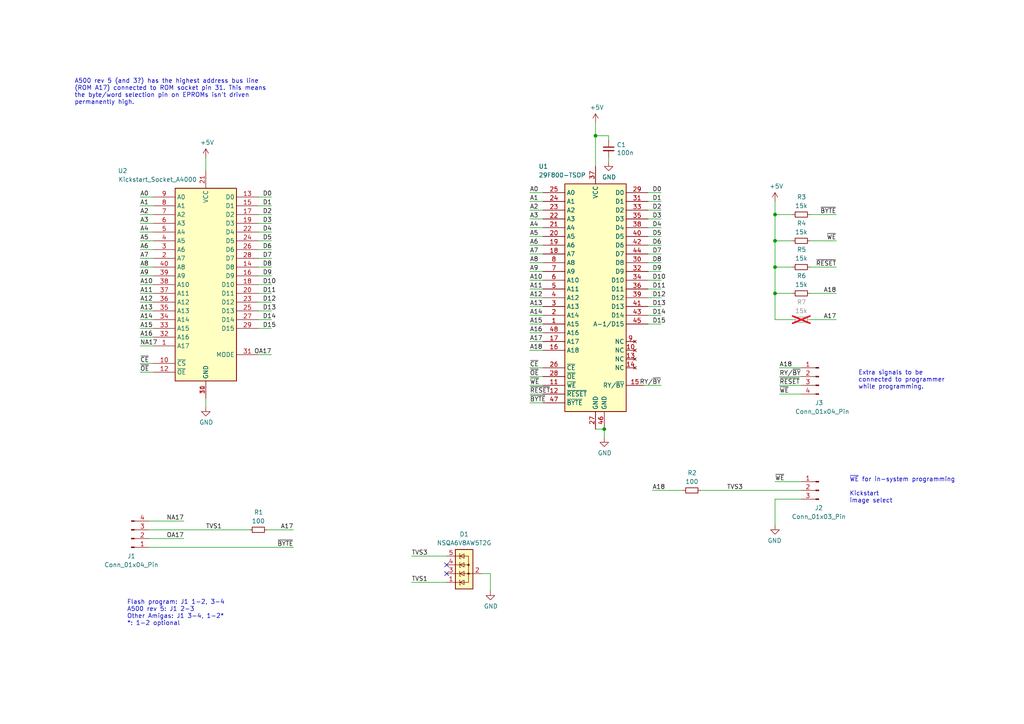
<source format=kicad_sch>
(kicad_sch (version 20230121) (generator eeschema)
  (paper "A4")
  (lib_symbols
    (symbol "Connector:Conn_01x03_Pin" (pin_names (offset 1.016) hide)
      (property "Reference" "J" (at 0 5.08 0))
      (property "Value" "Conn_01x03_Pin" (at 0 -5.08 0))
      (symbol "Conn_01x03_Pin_1_1"
        (polyline (pts (xy 1.27 -2.54) (xy 0.8636 -2.54)) (stroke (width 0.1524)))
        (polyline (pts (xy 1.27 0) (xy 0.8636 0)) (stroke (width 0.1524)))
        (polyline (pts (xy 1.27 2.54) (xy 0.8636 2.54)) (stroke (width 0.1524)))
        (rectangle (start 0.8636 -2.413) (end 0 -2.667) (stroke (width 0.1524)) (fill (type outline)))
        (rectangle (start 0.8636 0.127) (end 0 -0.127) (stroke (width 0.1524)) (fill (type outline)))
        (rectangle (start 0.8636 2.667) (end 0 2.413) (stroke (width 0.1524)) (fill (type outline)))
        (pin passive line (at 5.08 2.54 180) (length 3.81) (name "Pin_1") (number "1"))
        (pin passive line (at 5.08 0 180) (length 3.81) (name "Pin_2") (number "2"))
        (pin passive line (at 5.08 -2.54 180) (length 3.81) (name "Pin_3") (number "3"))
      )
    )
    (symbol "Connector:Conn_01x04_Pin" (pin_names (offset 1.016) hide)
      (property "Reference" "J" (at 0 5.08 0))
      (property "Value" "Conn_01x04_Pin" (at 0 -7.62 0))
      (symbol "Conn_01x04_Pin_1_1"
        (polyline (pts (xy 1.27 -5.08) (xy 0.8636 -5.08)) (stroke (width 0.1524)))
        (polyline (pts (xy 1.27 -2.54) (xy 0.8636 -2.54)) (stroke (width 0.1524)))
        (polyline (pts (xy 1.27 0) (xy 0.8636 0)) (stroke (width 0.1524)))
        (polyline (pts (xy 1.27 2.54) (xy 0.8636 2.54)) (stroke (width 0.1524)))
        (rectangle (start 0.8636 -4.953) (end 0 -5.207) (stroke (width 0.1524)) (fill (type outline)))
        (rectangle (start 0.8636 -2.413) (end 0 -2.667) (stroke (width 0.1524)) (fill (type outline)))
        (rectangle (start 0.8636 0.127) (end 0 -0.127) (stroke (width 0.1524)) (fill (type outline)))
        (rectangle (start 0.8636 2.667) (end 0 2.413) (stroke (width 0.1524)) (fill (type outline)))
        (pin passive line (at 5.08 2.54 180) (length 3.81) (name "Pin_1") (number "1"))
        (pin passive line (at 5.08 0 180) (length 3.81) (name "Pin_2") (number "2"))
        (pin passive line (at 5.08 -2.54 180) (length 3.81) (name "Pin_3") (number "3"))
        (pin passive line (at 5.08 -5.08 180) (length 3.81) (name "Pin_4") (number "4"))
      )
    )
    (symbol "Device:C_Small" (pin_numbers hide) (pin_names (offset 0.254) hide)
      (property "Reference" "C" (at 0.254 1.778 0))
      (property "Value" "C_Small" (at 0.254 -2.032 0))
      (symbol "C_Small_0_1"
        (polyline (pts (xy -1.524 -0.508) (xy 1.524 -0.508)) (stroke (width 0.3302)))
        (polyline (pts (xy -1.524 0.508) (xy 1.524 0.508)) (stroke (width 0.3048)))
      )
      (symbol "C_Small_1_1"
        (pin passive line (at 0 2.54 270) (length 2.032) (name "~") (number "1"))
        (pin passive line (at 0 -2.54 90) (length 2.032) (name "~") (number "2"))
      )
    )
    (symbol "Device:R_Small" (pin_numbers hide) (pin_names (offset 0.254) hide)
      (property "Reference" "R" (at 0.762 0.508 0))
      (property "Value" "R_Small" (at 0.762 -1.016 0))
      (symbol "R_Small_0_1"
        (rectangle (start -0.762 1.778) (end 0.762 -1.778) (stroke (width 0.2032)))
      )
      (symbol "R_Small_1_1"
        (pin passive line (at 0 2.54 270) (length 0.762) (name "~") (number "1"))
        (pin passive line (at 0 -2.54 90) (length 0.762) (name "~") (number "2"))
      )
    )
    (symbol "Memory_Flash_29F800:29F800-TSOP"
      (property "Reference" "U" (at -5.08 36.195 0))
      (property "Value" "29F800-TSOP" (at -5.08 34.29 0))
      (symbol "29F800-TSOP_0_0"
        (pin no_connect line (at 11.43 -15.24 180) (length 2.54) (name "NC") (number "10"))
        (pin no_connect line (at 11.43 -17.78 180) (length 2.54) (name "NC") (number "13"))
        (pin no_connect line (at 11.43 -20.32 180) (length 2.54) (name "NC") (number "14"))
        (pin no_connect line (at 11.43 -12.7 180) (length 2.54) (name "NC") (number "9"))
      )
      (symbol "29F800-TSOP_0_1"
        (rectangle (start -8.89 33.02) (end 8.89 -33.02) (stroke (width 0.254)) (fill (type background)))
      )
      (symbol "29F800-TSOP_1_1"
        (pin input line (at -15.24 -7.62 0) (length 6.35) (name "A15") (number "1"))
        (pin input line (at -15.24 -25.4 0) (length 6.35) (name "~{WE}") (number "11"))
        (pin input line (at -15.24 -27.94 0) (length 6.35) (name "~{RESET}") (number "12"))
        (pin output line (at 13.97 -25.4 180) (length 5.08) (name "RY/~{BY}") (number "15"))
        (pin input line (at -15.24 -15.24 0) (length 6.35) (name "A18") (number "16"))
        (pin input line (at -15.24 -12.7 0) (length 6.35) (name "A17") (number "17"))
        (pin input line (at -15.24 12.7 0) (length 6.35) (name "A7") (number "18"))
        (pin input line (at -15.24 15.24 0) (length 6.35) (name "A6") (number "19"))
        (pin input line (at -15.24 -5.08 0) (length 6.35) (name "A14") (number "2"))
        (pin input line (at -15.24 17.78 0) (length 6.35) (name "A5") (number "20"))
        (pin input line (at -15.24 20.32 0) (length 6.35) (name "A4") (number "21"))
        (pin input line (at -15.24 22.86 0) (length 6.35) (name "A3") (number "22"))
        (pin input line (at -15.24 25.4 0) (length 6.35) (name "A2") (number "23"))
        (pin input line (at -15.24 27.94 0) (length 6.35) (name "A1") (number "24"))
        (pin input line (at -15.24 30.48 0) (length 6.35) (name "A0") (number "25"))
        (pin input line (at -15.24 -20.32 0) (length 6.35) (name "~{CE}") (number "26"))
        (pin power_in line (at 0 -38.1 90) (length 5.08) (name "GND") (number "27"))
        (pin input line (at -15.24 -22.86 0) (length 6.35) (name "~{OE}") (number "28"))
        (pin tri_state line (at 15.24 30.48 180) (length 6.35) (name "D0") (number "29"))
        (pin input line (at -15.24 -2.54 0) (length 6.35) (name "A13") (number "3"))
        (pin tri_state line (at 15.24 10.16 180) (length 6.35) (name "D8") (number "30"))
        (pin tri_state line (at 15.24 27.94 180) (length 6.35) (name "D1") (number "31"))
        (pin tri_state line (at 15.24 7.62 180) (length 6.35) (name "D9") (number "32"))
        (pin tri_state line (at 15.24 25.4 180) (length 6.35) (name "D2") (number "33"))
        (pin tri_state line (at 15.24 5.08 180) (length 6.35) (name "D10") (number "34"))
        (pin tri_state line (at 15.24 22.86 180) (length 6.35) (name "D3") (number "35"))
        (pin tri_state line (at 15.24 2.54 180) (length 6.35) (name "D11") (number "36"))
        (pin power_in line (at 0 38.1 270) (length 5.08) (name "VCC") (number "37"))
        (pin tri_state line (at 15.24 20.32 180) (length 6.35) (name "D4") (number "38"))
        (pin tri_state line (at 15.24 0 180) (length 6.35) (name "D12") (number "39"))
        (pin input line (at -15.24 0 0) (length 6.35) (name "A12") (number "4"))
        (pin tri_state line (at 15.24 17.78 180) (length 6.35) (name "D5") (number "40"))
        (pin tri_state line (at 15.24 -2.54 180) (length 6.35) (name "D13") (number "41"))
        (pin tri_state line (at 15.24 15.24 180) (length 6.35) (name "D6") (number "42"))
        (pin tri_state line (at 15.24 -5.08 180) (length 6.35) (name "D14") (number "43"))
        (pin tri_state line (at 15.24 12.7 180) (length 6.35) (name "D7") (number "44"))
        (pin tri_state line (at 15.24 -7.62 180) (length 6.35) (name "A-1/D15") (number "45"))
        (pin power_in line (at 2.54 -38.1 90) (length 5.08) (name "GND") (number "46"))
        (pin input line (at -15.24 -30.48 0) (length 6.35) (name "~{BYTE}") (number "47"))
        (pin input line (at -15.24 -10.16 0) (length 6.35) (name "A16") (number "48"))
        (pin input line (at -15.24 2.54 0) (length 6.35) (name "A11") (number "5"))
        (pin input line (at -15.24 5.08 0) (length 6.35) (name "A10") (number "6"))
        (pin input line (at -15.24 7.62 0) (length 6.35) (name "A9") (number "7"))
        (pin input line (at -15.24 10.16 0) (length 6.35) (name "A8") (number "8"))
      )
    )
    (symbol "Memory_Flash_29F800:Kickstart_Socket_A4000"
      (property "Reference" "U" (at -5.08 31.115 0))
      (property "Value" "Kickstart_Socket_A4000" (at -5.08 29.21 0))
      (symbol "Kickstart_Socket_A4000_0_1"
        (rectangle (start -8.89 27.94) (end 8.89 -27.94) (stroke (width 0.254)) (fill (type background)))
      )
      (symbol "Kickstart_Socket_A4000_1_1"
        (pin output line (at -15.24 -17.78 0) (length 6.35) (name "A17") (number "1"))
        (pin output line (at -15.24 -22.86 0) (length 6.35) (name "~{CS}") (number "10"))
        (pin power_out line (at 0 -33.02 90) (length 5.08) (name "GND") (number "11"))
        (pin output line (at -15.24 -25.4 0) (length 6.35) (name "~{OE}") (number "12"))
        (pin bidirectional line (at 15.24 25.4 180) (length 6.35) (name "D0") (number "13"))
        (pin bidirectional line (at 15.24 5.08 180) (length 6.35) (name "D8") (number "14"))
        (pin bidirectional line (at 15.24 22.86 180) (length 6.35) (name "D1") (number "15"))
        (pin bidirectional line (at 15.24 2.54 180) (length 6.35) (name "D9") (number "16"))
        (pin bidirectional line (at 15.24 20.32 180) (length 6.35) (name "D2") (number "17"))
        (pin bidirectional line (at 15.24 0 180) (length 6.35) (name "D10") (number "18"))
        (pin bidirectional line (at 15.24 17.78 180) (length 6.35) (name "D3") (number "19"))
        (pin output line (at -15.24 7.62 0) (length 6.35) (name "A7") (number "2"))
        (pin bidirectional line (at 15.24 -2.54 180) (length 6.35) (name "D11") (number "20"))
        (pin power_out line (at 0 33.02 270) (length 5.08) (name "VCC") (number "21"))
        (pin bidirectional line (at 15.24 15.24 180) (length 6.35) (name "D4") (number "22"))
        (pin bidirectional line (at 15.24 -5.08 180) (length 6.35) (name "D12") (number "23"))
        (pin bidirectional line (at 15.24 12.7 180) (length 6.35) (name "D5") (number "24"))
        (pin bidirectional line (at 15.24 -7.62 180) (length 6.35) (name "D13") (number "25"))
        (pin bidirectional line (at 15.24 10.16 180) (length 6.35) (name "D6") (number "26"))
        (pin bidirectional line (at 15.24 -10.16 180) (length 6.35) (name "D14") (number "27"))
        (pin bidirectional line (at 15.24 7.62 180) (length 6.35) (name "D7") (number "28"))
        (pin bidirectional line (at 15.24 -12.7 180) (length 6.35) (name "D15") (number "29"))
        (pin output line (at -15.24 10.16 0) (length 6.35) (name "A6") (number "3"))
        (pin power_out line (at 0 -33.02 90) (length 5.08) (name "GND") (number "30"))
        (pin output line (at 15.24 -20.32 180) (length 6.35) (name "MODE") (number "31"))
        (pin output line (at -15.24 -15.24 0) (length 6.35) (name "A16") (number "32"))
        (pin output line (at -15.24 -12.7 0) (length 6.35) (name "A15") (number "33"))
        (pin output line (at -15.24 -10.16 0) (length 6.35) (name "A14") (number "34"))
        (pin output line (at -15.24 -7.62 0) (length 6.35) (name "A13") (number "35"))
        (pin output line (at -15.24 -5.08 0) (length 6.35) (name "A12") (number "36"))
        (pin output line (at -15.24 -2.54 0) (length 6.35) (name "A11") (number "37"))
        (pin output line (at -15.24 0 0) (length 6.35) (name "A10") (number "38"))
        (pin output line (at -15.24 2.54 0) (length 6.35) (name "A9") (number "39"))
        (pin output line (at -15.24 12.7 0) (length 6.35) (name "A5") (number "4"))
        (pin output line (at -15.24 5.08 0) (length 6.35) (name "A8") (number "40"))
        (pin output line (at -15.24 15.24 0) (length 6.35) (name "A4") (number "5"))
        (pin output line (at -15.24 17.78 0) (length 6.35) (name "A3") (number "6"))
        (pin output line (at -15.24 20.32 0) (length 6.35) (name "A2") (number "7"))
        (pin output line (at -15.24 22.86 0) (length 6.35) (name "A1") (number "8"))
        (pin output line (at -15.24 25.4 0) (length 6.35) (name "A0") (number "9"))
      )
    )
    (symbol "Power_Protection:SP0504BAJT" (pin_names hide)
      (property "Reference" "D" (at 7.62 2.54 0))
      (property "Value" "SP0504BAJT" (at 7.62 0.635 0))
      (symbol "SP0504BAJT_0_0"
        (pin passive line (at 0 -5.08 90) (length 2.54) (name "A") (number "2"))
      )
      (symbol "SP0504BAJT_0_1"
        (rectangle (start -4.445 2.54) (end 6.985 -2.54) (stroke (width 0.254)) (fill (type background)))
        (circle (center 0 -1.27) (radius 0.254) (fill (type outline)))
        (polyline (pts (xy -2.54 2.54) (xy -2.54 1.27)))
        (polyline (pts (xy 0 -1.27) (xy 0 -2.54)))
        (polyline (pts (xy 0 -1.27) (xy 0 1.27)))
        (polyline (pts (xy 0 2.54) (xy 0 1.27)))
        (polyline (pts (xy 0.635 1.27) (xy 0.762 1.27)))
        (polyline (pts (xy 2.54 2.54) (xy 2.54 1.27)))
        (polyline (pts (xy 5.08 2.54) (xy 5.08 1.27)))
        (polyline (pts (xy 0.635 1.27) (xy -0.762 1.27) (xy -0.762 1.016)))
        (polyline (pts (xy 5.08 1.27) (xy 5.08 -1.27) (xy 2.54 -1.27)))
        (polyline (pts (xy -3.302 1.016) (xy -3.302 1.27) (xy -1.905 1.27) (xy -1.778 1.27)))
        (polyline (pts (xy -2.54 1.27) (xy -2.54 -1.27) (xy 2.54 -1.27) (xy 2.54 1.27)))
        (polyline (pts (xy -2.54 1.27) (xy -1.905 0) (xy -3.175 0) (xy -2.54 1.27)))
        (polyline (pts (xy 0.635 0) (xy -0.635 0) (xy 0 1.27) (xy 0.635 0)))
        (polyline (pts (xy 1.778 1.016) (xy 1.778 1.27) (xy 3.175 1.27) (xy 3.302 1.27)))
        (polyline (pts (xy 2.54 1.27) (xy 1.905 0) (xy 3.175 0) (xy 2.54 1.27)))
        (polyline (pts (xy 4.318 1.016) (xy 4.318 1.27) (xy 5.715 1.27) (xy 5.842 1.27)))
        (polyline (pts (xy 5.08 1.27) (xy 4.445 0) (xy 5.715 0) (xy 5.08 1.27)))
        (circle (center 2.54 -1.27) (radius 0.254) (fill (type outline)))
      )
      (symbol "SP0504BAJT_1_1"
        (pin passive line (at -2.54 5.08 270) (length 2.54) (name "K") (number "1"))
        (pin passive line (at 0 5.08 270) (length 2.54) (name "K") (number "3"))
        (pin passive line (at 2.54 5.08 270) (length 2.54) (name "K") (number "4"))
        (pin passive line (at 5.08 5.08 270) (length 2.54) (name "K") (number "5"))
      )
    )
    (symbol "power:+5V" (power) (pin_names (offset 0))
      (property "Value" "+5V" (at 0 3.556 0))
      (symbol "+5V_0_1"
        (polyline (pts (xy -0.762 1.27) (xy 0 2.54)))
        (polyline (pts (xy 0 0) (xy 0 2.54)))
        (polyline (pts (xy 0 2.54) (xy 0.762 1.27)))
      )
      (symbol "+5V_1_1"
        (pin power_in line (at 0 0 90) (length 0) hide (name "+5V") (number "1"))
      )
    )
    (symbol "power:GND" (power) (pin_names (offset 0))
      (property "Value" "GND" (at 0 -3.81 0))
      (symbol "GND_0_1"
        (polyline (pts (xy 0 0) (xy 0 -1.27) (xy 1.27 -1.27) (xy 0 -2.54) (xy -1.27 -1.27) (xy 0 -1.27)))
      )
      (symbol "GND_1_1"
        (pin power_in line (at 0 0 270) (length 0) hide (name "GND") (number "1"))
      )
    )
  )
  (junction (at 224.79 62.23))
  (junction (at 224.79 85.09))
  (junction (at 175.26 124.46))
  (junction (at 172.72 39.37))
  (junction (at 224.79 77.47))
  (junction (at 224.79 69.85))
  (no_connect (at 129.54 163.83))
  (no_connect (at 129.54 166.37))
  (wire (pts (xy 224.79 139.7) (xy 232.41 139.7)))
  (wire (pts (xy 74.93 80.01) (xy 78.74 80.01)))
  (wire (pts (xy 74.93 64.77) (xy 78.74 64.77)))
  (wire (pts (xy 43.18 151.13) (xy 53.34 151.13)))
  (wire (pts (xy 44.45 85.09) (xy 40.64 85.09)))
  (wire (pts (xy 74.93 74.93) (xy 78.74 74.93)))
  (wire (pts (xy 44.45 92.71) (xy 40.64 92.71)))
  (wire (pts (xy 176.53 40.64) (xy 176.53 39.37)))
  (wire (pts (xy 157.48 88.9) (xy 153.67 88.9)))
  (wire (pts (xy 59.69 115.57) (xy 59.69 118.11)))
  (wire (pts (xy 187.96 83.82) (xy 191.77 83.82)))
  (wire (pts (xy 232.41 114.3) (xy 226.06 114.3)))
  (wire (pts (xy 43.18 153.67) (xy 72.39 153.67)))
  (wire (pts (xy 157.48 68.58) (xy 153.67 68.58)))
  (wire (pts (xy 153.67 99.06) (xy 157.48 99.06)))
  (wire (pts (xy 187.96 68.58) (xy 191.77 68.58)))
  (wire (pts (xy 44.45 95.25) (xy 40.64 95.25)))
  (wire (pts (xy 74.93 57.15) (xy 78.74 57.15)))
  (wire (pts (xy 224.79 77.47) (xy 224.79 85.09)))
  (wire (pts (xy 187.96 58.42) (xy 191.77 58.42)))
  (wire (pts (xy 234.95 62.23) (xy 242.57 62.23)))
  (wire (pts (xy 157.48 106.68) (xy 153.67 106.68)))
  (wire (pts (xy 234.95 69.85) (xy 242.57 69.85)))
  (wire (pts (xy 176.53 46.99) (xy 176.53 45.72)))
  (wire (pts (xy 224.79 58.42) (xy 224.79 62.23)))
  (wire (pts (xy 226.06 106.68) (xy 232.41 106.68)))
  (wire (pts (xy 172.72 124.46) (xy 175.26 124.46)))
  (wire (pts (xy 43.18 158.75) (xy 85.09 158.75)))
  (wire (pts (xy 189.23 142.24) (xy 198.12 142.24)))
  (wire (pts (xy 224.79 69.85) (xy 229.87 69.85)))
  (wire (pts (xy 157.48 71.12) (xy 153.67 71.12)))
  (wire (pts (xy 157.48 58.42) (xy 153.67 58.42)))
  (wire (pts (xy 157.48 66.04) (xy 153.67 66.04)))
  (wire (pts (xy 77.47 153.67) (xy 85.09 153.67)))
  (wire (pts (xy 157.48 83.82) (xy 153.67 83.82)))
  (wire (pts (xy 44.45 107.95) (xy 40.64 107.95)))
  (wire (pts (xy 224.79 85.09) (xy 229.87 85.09)))
  (wire (pts (xy 175.26 124.46) (xy 175.26 127)))
  (wire (pts (xy 44.45 74.93) (xy 40.64 74.93)))
  (wire (pts (xy 187.96 86.36) (xy 191.77 86.36)))
  (wire (pts (xy 74.93 72.39) (xy 78.74 72.39)))
  (wire (pts (xy 224.79 92.71) (xy 229.87 92.71)))
  (wire (pts (xy 74.93 90.17) (xy 78.74 90.17)))
  (wire (pts (xy 59.69 45.72) (xy 59.69 49.53)))
  (wire (pts (xy 44.45 62.23) (xy 40.64 62.23)))
  (wire (pts (xy 153.67 116.84) (xy 157.48 116.84)))
  (wire (pts (xy 74.93 82.55) (xy 78.74 82.55)))
  (wire (pts (xy 172.72 39.37) (xy 172.72 35.56)))
  (wire (pts (xy 187.96 63.5) (xy 191.77 63.5)))
  (wire (pts (xy 119.38 168.91) (xy 129.54 168.91)))
  (wire (pts (xy 224.79 144.78) (xy 224.79 152.4)))
  (wire (pts (xy 176.53 39.37) (xy 172.72 39.37)))
  (wire (pts (xy 172.72 48.26) (xy 172.72 39.37)))
  (wire (pts (xy 224.79 69.85) (xy 224.79 77.47)))
  (wire (pts (xy 44.45 67.31) (xy 40.64 67.31)))
  (wire (pts (xy 74.93 87.63) (xy 78.74 87.63)))
  (wire (pts (xy 157.48 81.28) (xy 153.67 81.28)))
  (wire (pts (xy 187.96 60.96) (xy 191.77 60.96)))
  (wire (pts (xy 74.93 92.71) (xy 78.74 92.71)))
  (wire (pts (xy 157.48 96.52) (xy 153.67 96.52)))
  (wire (pts (xy 44.45 100.33) (xy 40.64 100.33)))
  (wire (pts (xy 224.79 85.09) (xy 224.79 92.71)))
  (wire (pts (xy 153.67 114.3) (xy 157.48 114.3)))
  (wire (pts (xy 44.45 57.15) (xy 40.64 57.15)))
  (wire (pts (xy 44.45 105.41) (xy 40.64 105.41)))
  (wire (pts (xy 187.96 55.88) (xy 191.77 55.88)))
  (wire (pts (xy 157.48 55.88) (xy 153.67 55.88)))
  (wire (pts (xy 74.93 85.09) (xy 78.74 85.09)))
  (wire (pts (xy 234.95 85.09) (xy 242.57 85.09)))
  (wire (pts (xy 187.96 71.12) (xy 191.77 71.12)))
  (wire (pts (xy 157.48 93.98) (xy 153.67 93.98)))
  (wire (pts (xy 157.48 73.66) (xy 153.67 73.66)))
  (wire (pts (xy 44.45 59.69) (xy 40.64 59.69)))
  (wire (pts (xy 74.93 59.69) (xy 78.74 59.69)))
  (wire (pts (xy 44.45 64.77) (xy 40.64 64.77)))
  (wire (pts (xy 224.79 62.23) (xy 224.79 69.85)))
  (wire (pts (xy 74.93 95.25) (xy 78.74 95.25)))
  (wire (pts (xy 186.69 111.76) (xy 191.77 111.76)))
  (wire (pts (xy 234.95 77.47) (xy 242.57 77.47)))
  (wire (pts (xy 153.67 111.76) (xy 157.48 111.76)))
  (wire (pts (xy 187.96 76.2) (xy 191.77 76.2)))
  (wire (pts (xy 74.93 67.31) (xy 78.74 67.31)))
  (wire (pts (xy 187.96 73.66) (xy 191.77 73.66)))
  (wire (pts (xy 187.96 78.74) (xy 191.77 78.74)))
  (wire (pts (xy 187.96 66.04) (xy 191.77 66.04)))
  (wire (pts (xy 44.45 90.17) (xy 40.64 90.17)))
  (wire (pts (xy 44.45 80.01) (xy 40.64 80.01)))
  (wire (pts (xy 44.45 87.63) (xy 40.64 87.63)))
  (wire (pts (xy 187.96 81.28) (xy 191.77 81.28)))
  (wire (pts (xy 44.45 72.39) (xy 40.64 72.39)))
  (wire (pts (xy 187.96 88.9) (xy 191.77 88.9)))
  (wire (pts (xy 224.79 62.23) (xy 229.87 62.23)))
  (wire (pts (xy 43.18 156.21) (xy 53.34 156.21)))
  (wire (pts (xy 44.45 69.85) (xy 40.64 69.85)))
  (wire (pts (xy 44.45 97.79) (xy 40.64 97.79)))
  (wire (pts (xy 74.93 69.85) (xy 78.74 69.85)))
  (wire (pts (xy 74.93 102.87) (xy 78.74 102.87)))
  (wire (pts (xy 157.48 86.36) (xy 153.67 86.36)))
  (wire (pts (xy 74.93 62.23) (xy 78.74 62.23)))
  (wire (pts (xy 187.96 91.44) (xy 191.77 91.44)))
  (wire (pts (xy 142.24 166.37) (xy 142.24 171.45)))
  (wire (pts (xy 157.48 63.5) (xy 153.67 63.5)))
  (wire (pts (xy 234.95 92.71) (xy 242.57 92.71)))
  (wire (pts (xy 226.06 111.76) (xy 232.41 111.76)))
  (wire (pts (xy 226.06 109.22) (xy 232.41 109.22)))
  (wire (pts (xy 157.48 91.44) (xy 153.67 91.44)))
  (wire (pts (xy 187.96 93.98) (xy 191.77 93.98)))
  (wire (pts (xy 139.7 166.37) (xy 142.24 166.37)))
  (wire (pts (xy 224.79 144.78) (xy 232.41 144.78)))
  (wire (pts (xy 157.48 109.22) (xy 153.67 109.22)))
  (wire (pts (xy 157.48 78.74) (xy 153.67 78.74)))
  (wire (pts (xy 224.79 77.47) (xy 229.87 77.47)))
  (wire (pts (xy 74.93 77.47) (xy 78.74 77.47)))
  (wire (pts (xy 119.38 161.29) (xy 129.54 161.29)))
  (wire (pts (xy 157.48 101.6) (xy 153.67 101.6)))
  (wire (pts (xy 44.45 77.47) (xy 40.64 77.47)))
  (wire (pts (xy 44.45 82.55) (xy 40.64 82.55)))
  (wire (pts (xy 203.2 142.24) (xy 232.41 142.24)))
  (wire (pts (xy 157.48 76.2) (xy 153.67 76.2)))
  (wire (pts (xy 157.48 60.96) (xy 153.67 60.96)))
  (text "A500 rev 5 (and 3?) has the highest address bus line\n(ROM A17) connected to ROM socket pin 31. This means\nthe byte/word selection pin on EPROMs isn't driven\npermanently high.\n" (at 21.59 30.48 0) (effects (font (size 1.27 1.27)) (justify left bottom)))
  (text "Flash program: J1 1-2, 3-4\nA500 rev 5: J1 2-3\nOther Amigas: J1 3-4, 1-2*\n*: 1-2 optional" (at 36.83 181.61 0) (effects (font (size 1.27 1.27)) (justify left bottom)))
  (text "Extra signals to be\nconnected to programmer\nwhile programming." (at 248.92 113.03 0) (effects (font (size 1.27 1.27)) (justify left bottom)))
  (text "~{WE} for in-system programming\n\nKickstart\nimage select" (at 246.38 146.05 0) (effects (font (size 1.27 1.27)) (justify left bottom)))
  (label "A15" (at 40.64 95.25 0))
  (label "~{BYTE}" (at 242.57 62.23 180))
  (label "D8" (at 76.2 77.47 0))
  (label "D14" (at 189.23 91.44 0))
  (label "A13" (at 40.64 90.17 0))
  (label "TVS3" (at 119.38 161.29 0))
  (label "A11" (at 153.67 83.82 0))
  (label "D11" (at 189.23 83.82 0))
  (label "~{CE}" (at 153.67 106.68 0))
  (label "A18" (at 153.67 101.6 0))
  (label "NA17" (at 40.64 100.33 0))
  (label "A18" (at 226.06 106.68 0))
  (label "A18" (at 189.23 142.24 0))
  (label "A15" (at 153.67 93.98 0))
  (label "~{WE}" (at 153.67 111.76 0))
  (label "D13" (at 76.2 90.17 0))
  (label "A2" (at 40.64 62.23 0))
  (label "A9" (at 153.67 78.74 0))
  (label "D14" (at 76.2 92.71 0))
  (label "A6" (at 40.64 72.39 0))
  (label "A1" (at 40.64 59.69 0))
  (label "A0" (at 153.67 55.88 0))
  (label "A14" (at 153.67 91.44 0))
  (label "~{OE}" (at 153.67 109.22 0))
  (label "A11" (at 40.64 85.09 0))
  (label "D3" (at 76.2 64.77 0))
  (label "~{BYTE}" (at 85.09 158.75 180))
  (label "A5" (at 153.67 68.58 0))
  (label "D12" (at 189.23 86.36 0))
  (label "~{OE}" (at 40.64 107.95 0))
  (label "D3" (at 189.23 63.5 0))
  (label "D6" (at 189.23 71.12 0))
  (label "~{RESET}" (at 153.67 114.3 0))
  (label "D1" (at 189.23 58.42 0))
  (label "D11" (at 76.2 85.09 0))
  (label "D5" (at 76.2 69.85 0))
  (label "~{RESET}" (at 226.06 111.76 0))
  (label "A14" (at 40.64 92.71 0))
  (label "D2" (at 189.23 60.96 0))
  (label "A3" (at 153.67 63.5 0))
  (label "D0" (at 189.23 55.88 0))
  (label "D7" (at 189.23 73.66 0))
  (label "A1" (at 153.67 58.42 0))
  (label "D9" (at 76.2 80.01 0))
  (label "~{CE}" (at 40.64 105.41 0))
  (label "A10" (at 153.67 81.28 0))
  (label "~{RESET}" (at 242.57 77.47 180))
  (label "RY{slash}~{BY}" (at 191.77 111.76 180))
  (label "D5" (at 189.23 68.58 0))
  (label "A2" (at 153.67 60.96 0))
  (label "~{WE}" (at 226.06 114.3 0))
  (label "A4" (at 153.67 66.04 0))
  (label "A8" (at 153.67 76.2 0))
  (label "D6" (at 76.2 72.39 0))
  (label "A16" (at 153.67 96.52 0))
  (label "D4" (at 76.2 67.31 0))
  (label "D8" (at 189.23 76.2 0))
  (label "D0" (at 76.2 57.15 0))
  (label "A3" (at 40.64 64.77 0))
  (label "D7" (at 76.2 74.93 0))
  (label "RY{slash}~{BY}" (at 226.06 109.22 0))
  (label "D10" (at 189.23 81.28 0))
  (label "TVS1" (at 119.38 168.91 0))
  (label "OA17" (at 78.74 102.87 180))
  (label "A6" (at 153.67 71.12 0))
  (label "A17" (at 85.09 153.67 180))
  (label "A16" (at 40.64 97.79 0))
  (label "D10" (at 76.2 82.55 0))
  (label "D15" (at 76.2 95.25 0))
  (label "D13" (at 189.23 88.9 0))
  (label "A7" (at 40.64 74.93 0))
  (label "A13" (at 153.67 88.9 0))
  (label "D2" (at 76.2 62.23 0))
  (label "A10" (at 40.64 82.55 0))
  (label "A4" (at 40.64 67.31 0))
  (label "D1" (at 76.2 59.69 0))
  (label "A7" (at 153.67 73.66 0))
  (label "D12" (at 76.2 87.63 0))
  (label "D9" (at 189.23 78.74 0))
  (label "A18" (at 242.57 85.09 180))
  (label "A0" (at 40.64 57.15 0))
  (label "A12" (at 153.67 86.36 0))
  (label "A17" (at 153.67 99.06 0))
  (label "OA17" (at 53.34 156.21 180))
  (label "TVS1" (at 59.69 153.67 0))
  (label "~{WE}" (at 224.79 139.7 0))
  (label "TVS3" (at 210.82 142.24 0))
  (label "A9" (at 40.64 80.01 0))
  (label "D4" (at 189.23 66.04 0))
  (label "A17" (at 242.57 92.71 180))
  (label "A12" (at 40.64 87.63 0))
  (label "A5" (at 40.64 69.85 0))
  (label "NA17" (at 53.34 151.13 180))
  (label "D15" (at 189.23 93.98 0))
  (label "A8" (at 40.64 77.47 0))
  (label "~{BYTE}" (at 153.67 116.84 0))
  (label "~{WE}" (at 242.57 69.85 180))
  (symbol (lib_id "Device:C_Small") (at 176.53 43.18 0) (unit 1)
    (property "Reference" "C1" (at 178.8668 42.0116 0) (effects (justify left)))
    (property "Value" "100n" (at 178.8668 44.323 0) (effects (justify left)))
    (property "Footprint" "Capacitor_SMD:C_0603_1608Metric" (effects hide))
  )
  (symbol (lib_id "Memory_Flash_29F800:Kickstart_Socket_A4000") (at 59.69 82.55 0) (unit 1)
    (property "Reference" "U2" (at 35.56 49.53 0))
    (property "Value" "Kickstart_Socket_A4000" (at 45.72 52.07 0))
    (property "Footprint" "Package_DIP:DIP-40_W15.24mm_Socket" (effects hide))
    (property "Datasheet" "http://amigawiki.de/dnl/schematics/A4000_Rb.pdf" (effects hide))
  )
  (symbol (lib_id "power:GND") (at 59.69 118.11 0) (unit 1)
    (property "Reference" "#PWR0102" (effects hide))
    (property "Value" "GND" (at 59.817 122.5042 0))
  )
  (symbol (lib_id "power:+5V") (at 59.69 45.72 0) (unit 1)
    (property "Reference" "#PWR0101" (effects hide))
    (property "Value" "+5V" (at 60.071 41.3258 0))
  )
  (symbol (lib_id "power:GND") (at 175.26 127 0) (unit 1)
    (property "Reference" "#PWR0103" (effects hide))
    (property "Value" "GND" (at 175.387 131.3942 0))
  )
  (symbol (lib_id "power:+5V") (at 172.72 35.56 0) (unit 1)
    (property "Reference" "#PWR0104" (effects hide))
    (property "Value" "+5V" (at 173.101 31.1658 0))
  )
  (symbol (lib_id "power:GND") (at 176.53 46.99 0) (unit 1)
    (property "Reference" "#PWR0105" (effects hide))
    (property "Value" "GND" (at 176.657 51.3842 0))
  )
  (symbol (lib_id "Connector:Conn_01x03_Pin") (at 237.49 142.24 0) (mirror y) (unit 1)
    (property "Reference" "J2" (at 237.49 147.32 0))
    (property "Value" "Conn_01x03_Pin" (at 237.49 149.86 0))
    (property "Footprint" "Connector_PinHeader_2.54mm:PinHeader_1x03_P2.54mm_Horizontal" (effects hide))
  )
  (symbol (lib_id "power:GND") (at 224.79 152.4 0) (mirror y) (unit 1)
    (property "Reference" "#PWR0106" (effects hide))
    (property "Value" "GND" (at 224.663 156.7942 0))
  )
  (symbol (lib_id "Device:R_Small") (at 200.66 142.24 270) (mirror x) (unit 1)
    (property "Reference" "R2" (at 199.39 137.16 90) (effects (justify left)))
    (property "Value" "100" (at 200.66 139.7 90))
    (property "Footprint" "Resistor_SMD:R_0603_1608Metric" (effects hide))
  )
  (symbol (lib_id "power:+5V") (at 224.79 58.42 0) (unit 1)
    (property "Reference" "#PWR01" (effects hide))
    (property "Value" "+5V" (at 225.171 54.0258 0))
  )
  (symbol (lib_id "Connector:Conn_01x04_Pin") (at 237.49 109.22 0) (mirror y) (unit 1)
    (property "Reference" "J3" (at 238.76 116.84 0) (effects (justify left)))
    (property "Value" "Conn_01x04_Pin" (at 246.38 119.38 0) (effects (justify left)))
    (property "Footprint" "Connector_Harwin:Harwin_M20-89004xx_1x04_P2.54mm_Horizontal" (effects hide))
  )
  (symbol (lib_id "Power_Protection:SP0504BAJT") (at 134.62 166.37 90) (unit 1)
    (property "Reference" "D1" (at 134.62 154.94 90))
    (property "Value" "NSQA6V8AW5T2G" (at 134.62 157.48 90))
    (property "Footprint" "Package_TO_SOT_SMD:SOT-353_SC-70-5" (effects hide))
    (property "Datasheet" "https://www.onsemi.com/pdf/datasheet/nsqa6v8aw5t2-d.pdf" (effects hide))
  )
  (symbol (lib_id "Connector:Conn_01x04_Pin") (at 38.1 156.21 0) (mirror x) (unit 1)
    (property "Reference" "J1" (at 38.1 161.29 0))
    (property "Value" "Conn_01x04_Pin" (at 38.1 163.83 0))
    (property "Footprint" "Connector_PinHeader_2.54mm:PinHeader_1x04_P2.54mm_Horizontal" (effects hide))
  )
  (symbol (lib_id "Device:R_Small") (at 232.41 69.85 270) (mirror x) (unit 1)
    (property "Reference" "R4" (at 231.14 64.77 90) (effects (justify left)))
    (property "Value" "15k" (at 232.41 67.31 90))
    (property "Footprint" "Resistor_SMD:R_0603_1608Metric" (effects hide))
  )
  (symbol (lib_id "Device:R_Small") (at 232.41 77.47 270) (mirror x) (unit 1)
    (property "Reference" "R5" (at 231.14 72.39 90) (effects (justify left)))
    (property "Value" "15k" (at 232.41 74.93 90))
    (property "Footprint" "Resistor_SMD:R_0603_1608Metric" (effects hide))
  )
  (symbol (lib_id "Memory_Flash_29F800:29F800-TSOP") (at 172.72 86.36 0) (unit 1)
    (property "Reference" "U1" (at 156.21 48.26 0) (effects (justify left)))
    (property "Value" "29F800-TSOP" (at 156.21 50.8 0) (effects (justify left)))
    (property "Footprint" "Package_SO:TSOP-I-48_18.4x12mm_P0.5mm" (effects hide))
    (property "Datasheet" "http://pdf.datasheetcatalog.com/datasheet/macronix/MX29F800TMI-90.pdf" (effects hide))
  )
  (symbol (lib_id "Device:R_Small") (at 232.41 92.71 270) (mirror x) (unit 1) (in_bom no) (dnp yes)
    (property "Reference" "R7" (at 231.14 87.63 90) (effects (justify left)))
    (property "Value" "15k" (at 232.41 90.17 90))
    (property "Footprint" "Resistor_SMD:R_0603_1608Metric" (effects hide))
  )
  (symbol (lib_id "power:GND") (at 142.24 171.45 0) (unit 1)
    (property "Reference" "#PWR02" (effects hide))
    (property "Value" "GND" (at 142.367 175.8442 0))
  )
  (symbol (lib_id "Device:R_Small") (at 74.93 153.67 270) (mirror x) (unit 1)
    (property "Reference" "R1" (at 73.66 148.59 90) (effects (justify left)))
    (property "Value" "100" (at 74.93 151.13 90))
    (property "Footprint" "Resistor_SMD:R_0603_1608Metric" (effects hide))
  )
  (symbol (lib_id "Device:R_Small") (at 232.41 62.23 270) (mirror x) (unit 1)
    (property "Reference" "R3" (at 231.14 57.15 90) (effects (justify left)))
    (property "Value" "15k" (at 232.41 59.69 90))
    (property "Footprint" "Resistor_SMD:R_0603_1608Metric" (effects hide))
  )
  (symbol (lib_id "Device:R_Small") (at 232.41 85.09 270) (mirror x) (unit 1)
    (property "Reference" "R6" (at 231.14 80.01 90) (effects (justify left)))
    (property "Value" "15k" (at 232.41 82.55 90))
    (property "Footprint" "Resistor_SMD:R_0603_1608Metric" (effects hide))
  )
)
</source>
